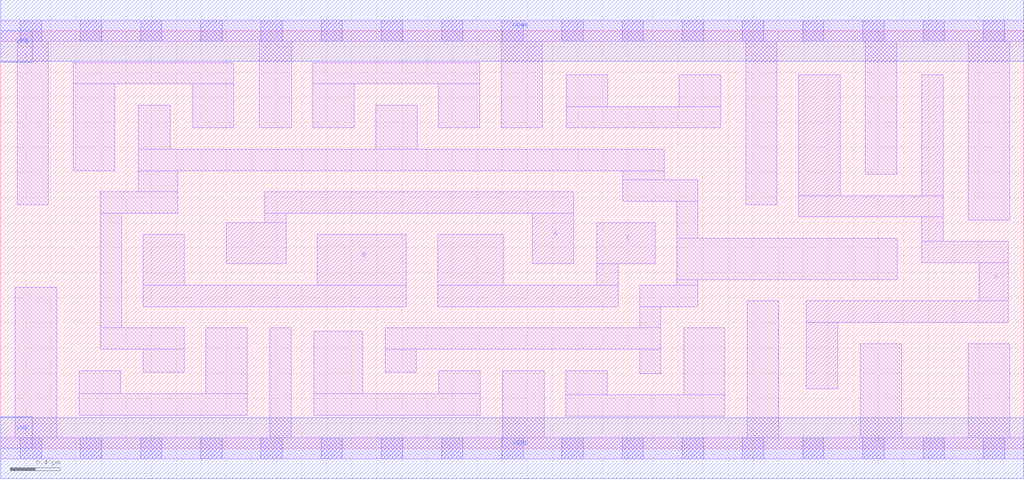
<source format=lef>
# Copyright 2020 The SkyWater PDK Authors
#
# Licensed under the Apache License, Version 2.0 (the "License");
# you may not use this file except in compliance with the License.
# You may obtain a copy of the License at
#
#     https://www.apache.org/licenses/LICENSE-2.0
#
# Unless required by applicable law or agreed to in writing, software
# distributed under the License is distributed on an "AS IS" BASIS,
# WITHOUT WARRANTIES OR CONDITIONS OF ANY KIND, either express or implied.
# See the License for the specific language governing permissions and
# limitations under the License.
#
# SPDX-License-Identifier: Apache-2.0

VERSION 5.5 ;
NAMESCASESENSITIVE ON ;
BUSBITCHARS "[]" ;
DIVIDERCHAR "/" ;
MACRO sky130_fd_sc_ms__maj3_4
  CLASS CORE ;
  SOURCE USER ;
  ORIGIN  0.000000  0.000000 ;
  SIZE  8.160000 BY  3.330000 ;
  SYMMETRY X Y ;
  SITE unit ;
  PIN A
    ANTENNAGATEAREA  0.984000 ;
    DIRECTION INPUT ;
    USE SIGNAL ;
    PORT
      LAYER li1 ;
        RECT 1.800000 1.470000 2.275000 1.800000 ;
        RECT 2.105000 1.800000 2.275000 1.875000 ;
        RECT 2.105000 1.875000 4.570000 2.045000 ;
        RECT 4.240000 1.470000 4.570000 1.875000 ;
    END
  END A
  PIN B
    ANTENNAGATEAREA  0.984000 ;
    DIRECTION INPUT ;
    USE SIGNAL ;
    PORT
      LAYER li1 ;
        RECT 1.135000 1.130000 3.235000 1.300000 ;
        RECT 1.135000 1.300000 1.465000 1.705000 ;
        RECT 2.525000 1.300000 3.235000 1.705000 ;
    END
  END B
  PIN C
    ANTENNAGATEAREA  0.984000 ;
    DIRECTION INPUT ;
    USE SIGNAL ;
    PORT
      LAYER li1 ;
        RECT 3.485000 1.130000 4.925000 1.300000 ;
        RECT 3.485000 1.300000 4.010000 1.705000 ;
        RECT 4.755000 1.300000 4.925000 1.470000 ;
        RECT 4.755000 1.470000 5.220000 1.800000 ;
    END
  END C
  PIN X
    ANTENNADIFFAREA  1.116000 ;
    DIRECTION OUTPUT ;
    USE SIGNAL ;
    PORT
      LAYER li1 ;
        RECT 6.365000 1.845000 7.515000 2.015000 ;
        RECT 6.365000 2.015000 6.695000 2.980000 ;
        RECT 6.425000 0.475000 6.675000 1.005000 ;
        RECT 6.425000 1.005000 8.035000 1.175000 ;
        RECT 7.345000 1.480000 8.035000 1.650000 ;
        RECT 7.345000 1.650000 7.515000 1.845000 ;
        RECT 7.345000 2.015000 7.515000 2.980000 ;
        RECT 7.805000 1.175000 8.035000 1.480000 ;
    END
  END X
  PIN VGND
    DIRECTION INOUT ;
    USE GROUND ;
    PORT
      LAYER met1 ;
        RECT 0.000000 -0.245000 8.160000 0.245000 ;
    END
  END VGND
  PIN VNB
    DIRECTION INOUT ;
    USE GROUND ;
    PORT
      LAYER met1 ;
        RECT 0.000000 0.000000 0.250000 0.250000 ;
    END
  END VNB
  PIN VPB
    DIRECTION INOUT ;
    USE POWER ;
    PORT
      LAYER met1 ;
        RECT 0.000000 3.080000 0.250000 3.330000 ;
    END
  END VPB
  PIN VPWR
    DIRECTION INOUT ;
    USE POWER ;
    PORT
      LAYER met1 ;
        RECT 0.000000 3.085000 8.160000 3.575000 ;
    END
  END VPWR
  OBS
    LAYER li1 ;
      RECT 0.000000 -0.085000 8.160000 0.085000 ;
      RECT 0.000000  3.245000 8.160000 3.415000 ;
      RECT 0.115000  0.085000 0.445000 1.285000 ;
      RECT 0.130000  1.940000 0.380000 3.245000 ;
      RECT 0.580000  2.215000 0.910000 2.905000 ;
      RECT 0.580000  2.905000 1.860000 3.075000 ;
      RECT 0.625000  0.265000 1.965000 0.435000 ;
      RECT 0.625000  0.435000 0.955000 0.620000 ;
      RECT 0.795000  0.790000 1.465000 0.960000 ;
      RECT 0.795000  0.960000 0.965000 1.875000 ;
      RECT 0.795000  1.875000 1.410000 2.045000 ;
      RECT 1.095000  2.045000 1.410000 2.215000 ;
      RECT 1.095000  2.215000 5.290000 2.385000 ;
      RECT 1.095000  2.385000 1.350000 2.735000 ;
      RECT 1.135000  0.605000 1.465000 0.790000 ;
      RECT 1.530000  2.555000 1.860000 2.905000 ;
      RECT 1.635000  0.435000 1.965000 0.960000 ;
      RECT 2.060000  2.555000 2.320000 3.245000 ;
      RECT 2.145000  0.085000 2.315000 0.960000 ;
      RECT 2.490000  2.555000 2.820000 2.905000 ;
      RECT 2.490000  2.905000 3.820000 3.075000 ;
      RECT 2.495000  0.265000 3.825000 0.435000 ;
      RECT 2.495000  0.435000 2.885000 0.935000 ;
      RECT 2.990000  2.385000 3.320000 2.735000 ;
      RECT 3.065000  0.605000 3.315000 0.790000 ;
      RECT 3.065000  0.790000 5.265000 0.960000 ;
      RECT 3.490000  2.555000 3.820000 2.905000 ;
      RECT 3.495000  0.435000 3.825000 0.620000 ;
      RECT 3.990000  2.555000 4.320000 3.245000 ;
      RECT 4.005000  0.085000 4.335000 0.620000 ;
      RECT 4.505000  0.255000 5.775000 0.425000 ;
      RECT 4.505000  0.425000 4.835000 0.620000 ;
      RECT 4.510000  2.555000 5.740000 2.725000 ;
      RECT 4.510000  2.725000 4.840000 2.980000 ;
      RECT 4.960000  1.970000 5.560000 2.140000 ;
      RECT 4.960000  2.140000 5.290000 2.215000 ;
      RECT 5.095000  0.595000 5.265000 0.790000 ;
      RECT 5.095000  0.960000 5.265000 1.130000 ;
      RECT 5.095000  1.130000 5.560000 1.300000 ;
      RECT 5.390000  1.300000 5.560000 1.345000 ;
      RECT 5.390000  1.345000 7.150000 1.675000 ;
      RECT 5.390000  1.675000 5.560000 1.970000 ;
      RECT 5.410000  2.725000 5.740000 2.980000 ;
      RECT 5.445000  0.425000 5.775000 0.960000 ;
      RECT 5.940000  1.940000 6.190000 3.245000 ;
      RECT 5.955000  0.085000 6.205000 1.175000 ;
      RECT 6.855000  0.085000 7.185000 0.835000 ;
      RECT 6.895000  2.185000 7.145000 3.245000 ;
      RECT 7.715000  0.085000 8.045000 0.835000 ;
      RECT 7.715000  1.820000 8.045000 3.245000 ;
    LAYER mcon ;
      RECT 0.155000 -0.085000 0.325000 0.085000 ;
      RECT 0.155000  3.245000 0.325000 3.415000 ;
      RECT 0.635000 -0.085000 0.805000 0.085000 ;
      RECT 0.635000  3.245000 0.805000 3.415000 ;
      RECT 1.115000 -0.085000 1.285000 0.085000 ;
      RECT 1.115000  3.245000 1.285000 3.415000 ;
      RECT 1.595000 -0.085000 1.765000 0.085000 ;
      RECT 1.595000  3.245000 1.765000 3.415000 ;
      RECT 2.075000 -0.085000 2.245000 0.085000 ;
      RECT 2.075000  3.245000 2.245000 3.415000 ;
      RECT 2.555000 -0.085000 2.725000 0.085000 ;
      RECT 2.555000  3.245000 2.725000 3.415000 ;
      RECT 3.035000 -0.085000 3.205000 0.085000 ;
      RECT 3.035000  3.245000 3.205000 3.415000 ;
      RECT 3.515000 -0.085000 3.685000 0.085000 ;
      RECT 3.515000  3.245000 3.685000 3.415000 ;
      RECT 3.995000 -0.085000 4.165000 0.085000 ;
      RECT 3.995000  3.245000 4.165000 3.415000 ;
      RECT 4.475000 -0.085000 4.645000 0.085000 ;
      RECT 4.475000  3.245000 4.645000 3.415000 ;
      RECT 4.955000 -0.085000 5.125000 0.085000 ;
      RECT 4.955000  3.245000 5.125000 3.415000 ;
      RECT 5.435000 -0.085000 5.605000 0.085000 ;
      RECT 5.435000  3.245000 5.605000 3.415000 ;
      RECT 5.915000 -0.085000 6.085000 0.085000 ;
      RECT 5.915000  3.245000 6.085000 3.415000 ;
      RECT 6.395000 -0.085000 6.565000 0.085000 ;
      RECT 6.395000  3.245000 6.565000 3.415000 ;
      RECT 6.875000 -0.085000 7.045000 0.085000 ;
      RECT 6.875000  3.245000 7.045000 3.415000 ;
      RECT 7.355000 -0.085000 7.525000 0.085000 ;
      RECT 7.355000  3.245000 7.525000 3.415000 ;
      RECT 7.835000 -0.085000 8.005000 0.085000 ;
      RECT 7.835000  3.245000 8.005000 3.415000 ;
  END
END sky130_fd_sc_ms__maj3_4

</source>
